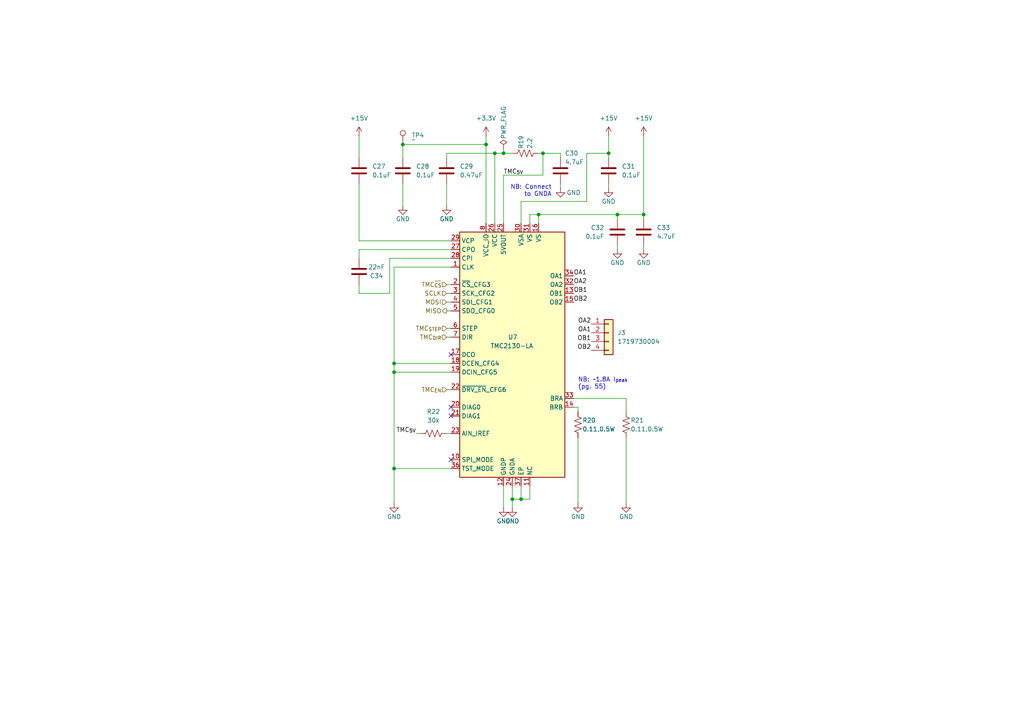
<source format=kicad_sch>
(kicad_sch (version 20231120) (generator "eeschema") (generator_version "8.0")
  (paper "A4")
  (title_block (title "Open Ephys Commutator Controller") (rev "D") (company "Open Ephys, Inc."))
  (lib_symbols
    (symbol "Connector:TestPoint" (pin_numbers hide) (pin_names (offset 0.762) hide)
      (property "Reference" "TP" (at 0 6.858 0))
      (property "Value" "TestPoint" (at 0 5.08 0))
      (symbol "TestPoint_0_1"
        (circle (center 0 3.302) (radius 0.762))
      )
      (symbol "TestPoint_1_1"
        (pin passive line (at 0 0 90) (length 2.54) (name "1") (number "1"))
      )
    )
    (symbol "Connector_Generic:Conn_01x04" (pin_names (offset 1.016) hide)
      (property "Reference" "J" (at 0 5.08 0))
      (property "Value" "Conn_01x04" (at 0 -7.62 0))
      (symbol "Conn_01x04_1_1"
        (rectangle (start -1.27 -4.953) (end 0 -5.207) (stroke (width 0.1524)))
        (rectangle (start -1.27 -2.413) (end 0 -2.667) (stroke (width 0.1524)))
        (rectangle (start -1.27 0.127) (end 0 -0.127) (stroke (width 0.1524)))
        (rectangle (start -1.27 2.667) (end 0 2.413) (stroke (width 0.1524)))
        (rectangle (start -1.27 3.81) (end 1.27 -6.35) (stroke (width 0.254)) (fill (type background)))
        (pin passive line (at -5.08 2.54 0) (length 3.81) (name "Pin_1") (number "1"))
        (pin passive line (at -5.08 0 0) (length 3.81) (name "Pin_2") (number "2"))
        (pin passive line (at -5.08 -2.54 0) (length 3.81) (name "Pin_3") (number "3"))
        (pin passive line (at -5.08 -5.08 0) (length 3.81) (name "Pin_4") (number "4"))
      )
    )
    (symbol "Device:C" (pin_numbers hide) (pin_names (offset 0.254))
      (property "Reference" "C" (at 0.635 2.54 0))
      (property "Value" "C" (at 0.635 -2.54 0))
      (symbol "C_0_1"
        (polyline (pts (xy -2.032 -0.762) (xy 2.032 -0.762)) (stroke (width 0.508)))
        (polyline (pts (xy -2.032 0.762) (xy 2.032 0.762)) (stroke (width 0.508)))
      )
      (symbol "C_1_1"
        (pin passive line (at 0 3.81 270) (length 2.794) (name "~") (number "1"))
        (pin passive line (at 0 -3.81 90) (length 2.794) (name "~") (number "2"))
      )
    )
    (symbol "Device:R_US" (pin_numbers hide) (pin_names (offset 0))
      (property "Reference" "R" (at 2.54 0 90))
      (property "Value" "R_US" (at -2.54 0 90))
      (symbol "R_US_0_1"
        (polyline (pts (xy 0 -2.286) (xy 0 -2.54)))
        (polyline (pts (xy 0 2.286) (xy 0 2.54)))
        (polyline (pts (xy 0 -0.762) (xy 1.016 -1.143) (xy 0 -1.524) (xy -1.016 -1.905) (xy 0 -2.286)))
        (polyline (pts (xy 0 0.762) (xy 1.016 0.381) (xy 0 0) (xy -1.016 -0.381) (xy 0 -0.762)))
        (polyline (pts (xy 0 2.286) (xy 1.016 1.905) (xy 0 1.524) (xy -1.016 1.143) (xy 0 0.762)))
      )
      (symbol "R_US_1_1"
        (pin passive line (at 0 3.81 270) (length 1.27) (name "~") (number "1"))
        (pin passive line (at 0 -3.81 90) (length 1.27) (name "~") (number "2"))
      )
    )
    (symbol "Driver_Motor:TMC2130-LA"
      (property "Reference" "U" (at -11.43 38.1 0))
      (property "Value" "TMC2130-LA" (at 17.78 38.1 0))
      (symbol "TMC2130-LA_0_1"
        (rectangle (start -15.24 35.56) (end 15.24 -35.56) (stroke (width 0.254)) (fill (type background)))
      )
      (symbol "TMC2130-LA_1_1"
        (pin input line (at -17.78 25.4 0) (length 2.54) (name "CLK") (number "1"))
        (pin input line (at -17.78 -30.48 0) (length 2.54) (name "SPI_MODE") (number "10"))
        (pin passive line (at 5.08 -38.1 90) (length 2.54) (name "NC") (number "11"))
        (pin power_in line (at -2.54 -38.1 90) (length 2.54) (name "GNDP") (number "12"))
        (pin output line (at 17.78 17.78 180) (length 2.54) (name "OB1") (number "13"))
        (pin passive line (at 17.78 -15.24 180) (length 2.54) (name "BRB") (number "14"))
        (pin output line (at 17.78 15.24 180) (length 2.54) (name "OB2") (number "15"))
        (pin power_in line (at 7.62 38.1 270) (length 2.54) (name "VS") (number "16"))
        (pin output line (at -17.78 0 0) (length 2.54) (name "DCO") (number "17"))
        (pin input line (at -17.78 -2.54 0) (length 2.54) (name "DCEN_CFG4") (number "18"))
        (pin input line (at -17.78 -5.08 0) (length 2.54) (name "DCIN_CFG5") (number "19"))
        (pin input line (at -17.78 20.32 0) (length 2.54) (name "~{CS}_CFG3") (number "2"))
        (pin output line (at -17.78 -15.24 0) (length 2.54) (name "DIAG0") (number "20"))
        (pin output line (at -17.78 -17.78 0) (length 2.54) (name "DIAG1") (number "21"))
        (pin input line (at -17.78 -10.16 0) (length 2.54) (name "~{DRV_EN}_CFG6") (number "22"))
        (pin input line (at -17.78 -22.86 0) (length 2.54) (name "AIN_IREF") (number "23"))
        (pin power_in line (at 0 -38.1 90) (length 2.54) (name "GNDA") (number "24"))
        (pin power_out line (at -2.54 38.1 270) (length 2.54) (name "5VOUT") (number "25"))
        (pin power_in line (at -5.08 38.1 270) (length 2.54) (name "VCC") (number "26"))
        (pin passive line (at -17.78 30.48 0) (length 2.54) (name "CPO") (number "27"))
        (pin passive line (at -17.78 27.94 0) (length 2.54) (name "CPI") (number "28"))
        (pin passive line (at -17.78 33.02 0) (length 2.54) (name "VCP") (number "29"))
        (pin input line (at -17.78 17.78 0) (length 2.54) (name "SCK_CFG2") (number "3"))
        (pin power_in line (at 2.54 38.1 270) (length 2.54) (name "VSA") (number "30"))
        (pin power_in line (at 5.08 38.1 270) (length 2.54) (name "VS") (number "31"))
        (pin output line (at 17.78 20.32 180) (length 2.54) (name "OA2") (number "32"))
        (pin passive line (at 17.78 -12.7 180) (length 2.54) (name "BRA") (number "33"))
        (pin output line (at 17.78 22.86 180) (length 2.54) (name "OA1") (number "34"))
        (pin passive line (at -2.54 -38.1 90) (length 2.54) hide (name "GNDP") (number "35"))
        (pin input line (at -17.78 -33.02 0) (length 2.54) (name "TST_MODE") (number "36"))
        (pin power_in line (at 2.54 -38.1 90) (length 2.54) (name "EP") (number "37"))
        (pin input line (at -17.78 15.24 0) (length 2.54) (name "SDI_CFG1") (number "4"))
        (pin bidirectional line (at -17.78 12.7 0) (length 2.54) (name "SDO_CFG0") (number "5"))
        (pin input line (at -17.78 7.62 0) (length 2.54) (name "STEP") (number "6"))
        (pin input line (at -17.78 5.08 0) (length 2.54) (name "DIR") (number "7"))
        (pin power_in line (at -7.62 38.1 270) (length 2.54) (name "VCC_IO") (number "8"))
        (pin no_connect line (at 15.24 33.02 180) (length 2.54) hide (name "DNC") (number "9"))
      )
    )
    (symbol "power:+15V" (power) (pin_numbers hide) (pin_names (offset 0) hide)
      (property "Value" "+15V" (at 0 3.556 0))
      (symbol "+15V_0_1"
        (polyline (pts (xy -0.762 1.27) (xy 0 2.54)))
        (polyline (pts (xy 0 0) (xy 0 2.54)))
        (polyline (pts (xy 0 2.54) (xy 0.762 1.27)))
      )
      (symbol "+15V_1_1"
        (pin power_in line (at 0 0 90) (length 0) (name "~") (number "1"))
      )
    )
    (symbol "power:+3.3V" (power) (pin_numbers hide) (pin_names (offset 0) hide)
      (property "Value" "+3.3V" (at 0 3.556 0))
      (symbol "+3.3V_0_1"
        (polyline (pts (xy -0.762 1.27) (xy 0 2.54)))
        (polyline (pts (xy 0 0) (xy 0 2.54)))
        (polyline (pts (xy 0 2.54) (xy 0.762 1.27)))
      )
      (symbol "+3.3V_1_1"
        (pin power_in line (at 0 0 90) (length 0) (name "~") (number "1"))
      )
    )
    (symbol "power:GND" (power) (pin_numbers hide) (pin_names (offset 0) hide)
      (property "Value" "GND" (at 0 -3.81 0))
      (symbol "GND_0_1"
        (polyline (pts (xy 0 0) (xy 0 -1.27) (xy 1.27 -1.27) (xy 0 -2.54) (xy -1.27 -1.27) (xy 0 -1.27)))
      )
      (symbol "GND_1_1"
        (pin power_in line (at 0 0 270) (length 0) (name "~") (number "1"))
      )
    )
    (symbol "power:PWR_FLAG" (power) (pin_numbers hide) (pin_names (offset 0) hide)
      (property "Value" "PWR_FLAG" (at 0 3.81 0))
      (symbol "PWR_FLAG_0_0"
        (pin power_out line (at 0 0 90) (length 0) (name "~") (number "1"))
      )
      (symbol "PWR_FLAG_0_1"
        (polyline (pts (xy 0 0) (xy 0 1.27) (xy -1.016 1.905) (xy 0 2.54) (xy 1.016 1.905) (xy 0 1.27)))
      )
    )
  )
  (junction (at 176.53 44.45))
  (junction (at 151.13 144.78))
  (junction (at 156.21 62.23))
  (junction (at 116.84 41.91))
  (junction (at 148.59 144.78))
  (junction (at 143.51 44.45))
  (junction (at 114.3 107.95))
  (junction (at 114.3 105.41))
  (junction (at 146.05 44.45))
  (junction (at 140.97 41.91))
  (junction (at 157.48 44.45))
  (junction (at 179.07 62.23))
  (junction (at 114.3 135.89))
  (junction (at 186.69 62.23))
  (no_connect (at 130.81 118.11))
  (no_connect (at 130.81 120.65))
  (no_connect (at 130.81 102.87))
  (no_connect (at 130.81 133.35))
  (wire (pts (xy 151.13 64.77) (xy 151.13 58.42)))
  (wire (pts (xy 129.54 125.73) (xy 130.81 125.73)))
  (wire (pts (xy 176.53 53.34) (xy 176.53 54.61)))
  (wire (pts (xy 129.54 44.45) (xy 143.51 44.45)))
  (wire (pts (xy 114.3 77.47) (xy 130.81 77.47)))
  (wire (pts (xy 157.48 44.45) (xy 156.21 44.45)))
  (wire (pts (xy 129.54 85.09) (xy 130.81 85.09)))
  (wire (pts (xy 113.03 74.93) (xy 113.03 85.09)))
  (wire (pts (xy 114.3 146.05) (xy 114.3 135.89)))
  (wire (pts (xy 129.54 59.69) (xy 129.54 53.34)))
  (wire (pts (xy 186.69 62.23) (xy 186.69 63.5)))
  (wire (pts (xy 181.61 119.38) (xy 181.61 115.57)))
  (wire (pts (xy 129.54 82.55) (xy 130.81 82.55)))
  (wire (pts (xy 146.05 50.8) (xy 157.48 50.8)))
  (wire (pts (xy 120.65 125.73) (xy 121.92 125.73)))
  (wire (pts (xy 167.64 127) (xy 167.64 146.05)))
  (wire (pts (xy 114.3 135.89) (xy 130.81 135.89)))
  (wire (pts (xy 104.14 53.34) (xy 104.14 69.85)))
  (wire (pts (xy 114.3 105.41) (xy 130.81 105.41)))
  (wire (pts (xy 129.54 97.79) (xy 130.81 97.79)))
  (wire (pts (xy 129.54 45.72) (xy 129.54 44.45)))
  (wire (pts (xy 104.14 74.93) (xy 104.14 72.39)))
  (wire (pts (xy 157.48 44.45) (xy 162.56 44.45)))
  (wire (pts (xy 114.3 105.41) (xy 114.3 107.95)))
  (wire (pts (xy 104.14 82.55) (xy 104.14 85.09)))
  (wire (pts (xy 143.51 64.77) (xy 143.51 44.45)))
  (wire (pts (xy 146.05 43.18) (xy 146.05 44.45)))
  (wire (pts (xy 146.05 50.8) (xy 146.05 64.77)))
  (wire (pts (xy 157.48 50.8) (xy 157.48 44.45)))
  (wire (pts (xy 153.67 140.97) (xy 153.67 144.78)))
  (wire (pts (xy 151.13 58.42) (xy 170.18 58.42)))
  (wire (pts (xy 179.07 63.5) (xy 179.07 62.23)))
  (wire (pts (xy 146.05 44.45) (xy 143.51 44.45)))
  (wire (pts (xy 140.97 39.37) (xy 140.97 41.91)))
  (wire (pts (xy 116.84 59.69) (xy 116.84 53.34)))
  (wire (pts (xy 104.14 72.39) (xy 130.81 72.39)))
  (wire (pts (xy 166.37 115.57) (xy 181.61 115.57)))
  (wire (pts (xy 162.56 44.45) (xy 162.56 45.72)))
  (wire (pts (xy 170.18 44.45) (xy 176.53 44.45)))
  (wire (pts (xy 176.53 44.45) (xy 176.53 39.37)))
  (wire (pts (xy 170.18 58.42) (xy 170.18 44.45)))
  (wire (pts (xy 156.21 62.23) (xy 153.67 62.23)))
  (wire (pts (xy 140.97 41.91) (xy 140.97 64.77)))
  (wire (pts (xy 156.21 62.23) (xy 156.21 64.77)))
  (wire (pts (xy 148.59 140.97) (xy 148.59 144.78)))
  (wire (pts (xy 167.64 118.11) (xy 167.64 119.38)))
  (wire (pts (xy 186.69 39.37) (xy 186.69 62.23)))
  (wire (pts (xy 148.59 144.78) (xy 148.59 147.32)))
  (wire (pts (xy 129.54 95.25) (xy 130.81 95.25)))
  (wire (pts (xy 114.3 107.95) (xy 130.81 107.95)))
  (wire (pts (xy 153.67 62.23) (xy 153.67 64.77)))
  (wire (pts (xy 148.59 144.78) (xy 151.13 144.78)))
  (wire (pts (xy 114.3 105.41) (xy 114.3 77.47)))
  (wire (pts (xy 113.03 74.93) (xy 130.81 74.93)))
  (wire (pts (xy 129.54 90.17) (xy 130.81 90.17)))
  (wire (pts (xy 186.69 71.12) (xy 186.69 72.39)))
  (wire (pts (xy 104.14 69.85) (xy 130.81 69.85)))
  (wire (pts (xy 162.56 53.34) (xy 162.56 54.61)))
  (wire (pts (xy 181.61 146.05) (xy 181.61 127)))
  (wire (pts (xy 179.07 72.39) (xy 179.07 71.12)))
  (wire (pts (xy 146.05 44.45) (xy 148.59 44.45)))
  (wire (pts (xy 104.14 39.37) (xy 104.14 45.72)))
  (wire (pts (xy 114.3 135.89) (xy 114.3 107.95)))
  (wire (pts (xy 129.54 87.63) (xy 130.81 87.63)))
  (wire (pts (xy 116.84 45.72) (xy 116.84 41.91)))
  (wire (pts (xy 179.07 62.23) (xy 186.69 62.23)))
  (wire (pts (xy 104.14 85.09) (xy 113.03 85.09)))
  (wire (pts (xy 151.13 140.97) (xy 151.13 144.78)))
  (wire (pts (xy 176.53 44.45) (xy 176.53 45.72)))
  (wire (pts (xy 146.05 140.97) (xy 146.05 147.32)))
  (wire (pts (xy 129.54 113.03) (xy 130.81 113.03)))
  (wire (pts (xy 166.37 118.11) (xy 167.64 118.11)))
  (wire (pts (xy 151.13 144.78) (xy 153.67 144.78)))
  (wire (pts (xy 156.21 62.23) (xy 179.07 62.23)))
  (wire (pts (xy 116.84 41.91) (xy 140.97 41.91)))
  (text "NB: ~1.8A I_{peak}\n(pg. 55)" (at 167.64 113.03 0) (effects (font (size 1.27 1.27)) (justify left bottom)))
  (text "NB: Connect\nto GNDA" (at 160.02 57.15 0) (effects (font (size 1.27 1.27)) (justify right bottom)))
  (label "OA2" (at 166.37 82.55 0))
  (label "OA1" (at 171.45 96.52 180))
  (label "OA2" (at 171.45 93.98 180))
  (label "OB1" (at 171.45 99.06 180))
  (label "OA1" (at 166.37 80.01 0))
  (label "OB2" (at 166.37 87.63 0))
  (label "OB2" (at 171.45 101.6 180))
  (label "TMC_{5V}" (at 120.65 125.73 180))
  (label "TMC_{5V}" (at 146.05 50.8 0))
  (label "OB1" (at 166.37 85.09 0))
  (hierarchical_label "SCLK" (shape input) (at 129.54 85.09 180))
  (hierarchical_label "MISO" (shape output) (at 129.54 90.17 180))
  (hierarchical_label "TMC_{DIR}" (shape input) (at 129.54 97.79 180))
  (hierarchical_label "TMC_{EN}" (shape input) (at 129.54 113.03 180))
  (hierarchical_label "MOSI" (shape input) (at 129.54 87.63 180))
  (hierarchical_label "TMC_{~{CS}}" (shape input) (at 129.54 82.55 180))
  (hierarchical_label "TMC_{STEP}" (shape input) (at 129.54 95.25 180))
  (symbol (lib_id "power:GND") (at 162.56 54.61 0) (unit 1)
    (property "Reference" "#PWR058" (effects (hide yes)))
    (property "Value" "GND" (at 166.37 55.88 0))
    (property "Description" "Power symbol creates a global label with name \"GND\" , ground" (effects (hide yes)))
  )
  (symbol (lib_id "Device:C") (at 186.69 67.31 180) (unit 1)
    (property "Reference" "C33" (at 190.5 66.04 0) (effects (justify right)))
    (property "Value" "4.7uF" (at 190.5 68.58 0) (effects (justify right)))
    (property "Footprint" "Capacitor_SMD:C_0805_2012Metric" (effects (hide yes)))
    (property "Description" "Unpolarized capacitor" (effects (hide yes)))
    (property "Voltage" "50V" (effects (hide yes)))
  )
  (symbol (lib_id "power:GND") (at 148.59 147.32 0) (unit 1)
    (property "Reference" "#PWR068" (effects (hide yes)))
    (property "Value" "GND" (at 148.59 151.13 0))
    (property "Description" "Power symbol creates a global label with name \"GND\" , ground" (effects (hide yes)))
  )
  (symbol (lib_id "Device:R_US") (at 181.61 123.19 0) (unit 1)
    (property "Reference" "R21" (at 182.88 121.92 0) (effects (justify left)))
    (property "Value" "0.11,0.5W" (at 182.88 124.46 0) (effects (justify left)))
    (property "Footprint" "Resistor_SMD:R_1206_3216Metric" (effects (hide yes)))
    (property "Description" "Resistor, US symbol" (effects (hide yes)))
  )
  (symbol (lib_id "power:GND") (at 116.84 59.69 0) (unit 1)
    (property "Reference" "#PWR060" (effects (hide yes)))
    (property "Value" "GND" (at 116.84 63.5 0))
    (property "Description" "Power symbol creates a global label with name \"GND\" , ground" (effects (hide yes)))
  )
  (symbol (lib_id "Device:C") (at 116.84 49.53 0) (unit 1)
    (property "Reference" "C28" (at 120.65 48.26 0) (effects (justify left)))
    (property "Value" "0.1uF" (at 120.65 50.8 0) (effects (justify left)))
    (property "Footprint" "Capacitor_SMD:C_0603_1608Metric" (effects (hide yes)))
    (property "Description" "Unpolarized capacitor" (effects (hide yes)))
    (property "Voltage" "50V" (effects (hide yes)))
  )
  (symbol (lib_id "Device:R_US") (at 167.64 123.19 0) (unit 1)
    (property "Reference" "R20" (at 168.91 121.92 0) (effects (justify left)))
    (property "Value" "0.11,0.5W" (at 168.91 124.46 0) (effects (justify left)))
    (property "Footprint" "Resistor_SMD:R_1206_3216Metric" (effects (hide yes)))
    (property "Description" "Resistor, US symbol" (effects (hide yes)))
  )
  (symbol (lib_id "power:+3.3V") (at 140.97 39.37 0) (unit 1)
    (property "Reference" "#PWR055" (effects (hide yes)))
    (property "Value" "+3.3V" (at 140.97 34.29 0))
    (property "Description" "Power symbol creates a global label with name \"+3.3V\"" (effects (hide yes)))
  )
  (symbol (lib_id "power:GND") (at 114.3 146.05 0) (unit 1)
    (property "Reference" "#PWR064" (effects (hide yes)))
    (property "Value" "GND" (at 114.3 149.86 0))
    (property "Description" "Power symbol creates a global label with name \"GND\" , ground" (effects (hide yes)))
  )
  (symbol (lib_id "Connector_Generic:Conn_01x04") (at 176.53 96.52 0) (unit 1)
    (property "Reference" "J3" (at 179.07 96.52 0) (effects (justify left)))
    (property "Value" "1719730004" (at 179.07 99.06 0) (effects (justify left)))
    (property "Footprint" "oe:MOLEX_1719730004_1x04_P2.54mm_Vert_Lock" (effects (hide yes)))
    (property "Description" "Generic connector, single row, 01x04, script generated (kicad-library-utils/schlib/autogen/connector/)" (effects (hide yes)))
  )
  (symbol (lib_id "Device:C") (at 104.14 78.74 0) (mirror y) (unit 1)
    (property "Reference" "C34" (at 109.22 80.01 0))
    (property "Value" "22nF" (at 109.22 77.47 0))
    (property "Footprint" "Capacitor_SMD:C_0603_1608Metric" (effects (hide yes)))
    (property "Description" "Unpolarized capacitor" (effects (hide yes)))
    (property "Voltage" "50V" (effects (hide yes)))
  )
  (symbol (lib_id "power:GND") (at 176.53 54.61 0) (unit 1)
    (property "Reference" "#PWR059" (effects (hide yes)))
    (property "Value" "GND" (at 176.53 58.42 0))
    (property "Description" "Power symbol creates a global label with name \"GND\" , ground" (effects (hide yes)))
  )
  (symbol (lib_id "Connector:TestPoint") (at 116.84 41.91 0) (unit 1)
    (property "Reference" "TP4" (at 119.38 39.243 0) (effects (justify left)))
    (property "Value" "~" (at 119.38 40.513 0) (effects (justify left)))
    (property "Footprint" "TestPoint:TestPoint_Pad_D2.0mm" (effects (hide yes)))
    (property "Description" "test point" (effects (hide yes)))
  )
  (symbol (lib_id "power:+15V") (at 186.69 39.37 0) (unit 1)
    (property "Reference" "#PWR057" (effects (hide yes)))
    (property "Value" "+15V" (at 186.69 34.29 0))
    (property "Description" "Power symbol creates a global label with name \"+15V\"" (effects (hide yes)))
  )
  (symbol (lib_id "power:GND") (at 179.07 72.39 0) (mirror y) (unit 1)
    (property "Reference" "#PWR062" (effects (hide yes)))
    (property "Value" "GND" (at 179.07 76.2 0))
    (property "Description" "Power symbol creates a global label with name \"GND\" , ground" (effects (hide yes)))
  )
  (symbol (lib_id "Device:R_US") (at 152.4 44.45 90) (unit 1)
    (property "Reference" "R19" (at 151.13 43.18 0) (effects (justify left)))
    (property "Value" "2.2" (at 153.67 43.18 0) (effects (justify left)))
    (property "Footprint" "Resistor_SMD:R_0603_1608Metric" (effects (hide yes)))
    (property "Description" "Resistor, US symbol" (effects (hide yes)))
  )
  (symbol (lib_id "power:GND") (at 181.61 146.05 0) (unit 1)
    (property "Reference" "#PWR066" (effects (hide yes)))
    (property "Value" "GND" (at 181.61 149.86 0))
    (property "Description" "Power symbol creates a global label with name \"GND\" , ground" (effects (hide yes)))
  )
  (symbol (lib_id "Device:C") (at 129.54 49.53 0) (unit 1)
    (property "Reference" "C29" (at 133.35 48.26 0) (effects (justify left)))
    (property "Value" "0.47uF" (at 133.35 50.8 0) (effects (justify left)))
    (property "Footprint" "Capacitor_SMD:C_0805_2012Metric" (effects (hide yes)))
    (property "Description" "Unpolarized capacitor" (effects (hide yes)))
    (property "Voltage" "50V" (effects (hide yes)))
  )
  (symbol (lib_id "Device:C") (at 162.56 49.53 180) (unit 1)
    (property "Reference" "C30" (at 163.83 44.45 0) (effects (justify right)))
    (property "Value" "4.7uF" (at 163.83 46.99 0) (effects (justify right)))
    (property "Footprint" "Capacitor_SMD:C_0805_2012Metric" (effects (hide yes)))
    (property "Description" "Unpolarized capacitor" (effects (hide yes)))
    (property "Voltage" "50V" (effects (hide yes)))
  )
  (symbol (lib_id "power:+15V") (at 176.53 39.37 0) (unit 1)
    (property "Reference" "#PWR056" (effects (hide yes)))
    (property "Value" "+15V" (at 176.53 34.29 0))
    (property "Description" "Power symbol creates a global label with name \"+15V\"" (effects (hide yes)))
  )
  (symbol (lib_id "power:GND") (at 186.69 72.39 0) (unit 1)
    (property "Reference" "#PWR063" (effects (hide yes)))
    (property "Value" "GND" (at 186.69 76.2 0))
    (property "Description" "Power symbol creates a global label with name \"GND\" , ground" (effects (hide yes)))
  )
  (symbol (lib_id "power:GND") (at 146.05 147.32 0) (unit 1)
    (property "Reference" "#PWR067" (effects (hide yes)))
    (property "Value" "GND" (at 146.05 151.13 0))
    (property "Description" "Power symbol creates a global label with name \"GND\" , ground" (effects (hide yes)))
  )
  (symbol (lib_id "Device:C") (at 104.14 49.53 180) (unit 1)
    (property "Reference" "C27" (at 107.95 48.26 0) (effects (justify right)))
    (property "Value" "0.1uF" (at 107.95 50.8 0) (effects (justify right)))
    (property "Footprint" "Capacitor_SMD:C_0603_1608Metric" (effects (hide yes)))
    (property "Description" "Unpolarized capacitor" (effects (hide yes)))
    (property "Voltage" "50V" (effects (hide yes)))
  )
  (symbol (lib_id "power:GND") (at 167.64 146.05 0) (unit 1)
    (property "Reference" "#PWR065" (effects (hide yes)))
    (property "Value" "GND" (at 167.64 149.86 0))
    (property "Description" "Power symbol creates a global label with name \"GND\" , ground" (effects (hide yes)))
  )
  (symbol (lib_id "Device:C") (at 179.07 67.31 0) (mirror x) (unit 1)
    (property "Reference" "C32" (at 175.26 66.04 0) (effects (justify right)))
    (property "Value" "0.1uF" (at 175.26 68.58 0) (effects (justify right)))
    (property "Footprint" "Capacitor_SMD:C_0603_1608Metric" (effects (hide yes)))
    (property "Description" "Unpolarized capacitor" (effects (hide yes)))
    (property "Voltage" "50V" (effects (hide yes)))
  )
  (symbol (lib_id "Driver_Motor:TMC2130-LA") (at 148.59 102.87 0) (unit 1)
    (property "Reference" "U7" (at 147.32 97.79 0) (effects (justify left)))
    (property "Value" "TMC2130-LA" (at 142.24 100.33 0) (effects (justify left)))
    (property "Footprint" "Package_DFN_QFN:QFN-36-1EP_5x6mm_P0.5mm_EP3.6x4.1mm" (effects (hide yes)))
    (property "Datasheet" "http://www.trinamic.com/fileadmin/assets/Products/ICs_Documents/TMC2130_datasheet.pdf" (effects (hide yes)))
    (property "Description" "Driver for two-phase bipolar stepper motor, 2.0A, SPI, 4.75-46V, QFN-36" (effects (hide yes)))
  )
  (symbol (lib_id "power:PWR_FLAG") (at 146.05 43.18 0) (unit 1)
    (property "Reference" "#FLG03" (effects (hide yes)))
    (property "Value" "PWR_FLAG" (at 146.05 35.56 90))
    (property "Description" "Special symbol for telling ERC where power comes from" (effects (hide yes)))
  )
  (symbol (lib_id "power:+15V") (at 104.14 39.37 0) (unit 1)
    (property "Reference" "#PWR054" (effects (hide yes)))
    (property "Value" "+15V" (at 104.14 34.29 0))
    (property "Description" "Power symbol creates a global label with name \"+15V\"" (effects (hide yes)))
  )
  (symbol (lib_id "Device:R_US") (at 125.73 125.73 90) (unit 1)
    (property "Reference" "R22" (at 125.73 119.38 90))
    (property "Value" "30k" (at 125.73 121.92 90))
    (property "Footprint" "Resistor_SMD:R_0603_1608Metric" (effects (hide yes)))
    (property "Description" "Resistor, US symbol" (effects (hide yes)))
  )
  (symbol (lib_id "Device:C") (at 176.53 49.53 180) (unit 1)
    (property "Reference" "C31" (at 180.34 48.26 0) (effects (justify right)))
    (property "Value" "0.1uF" (at 180.34 50.8 0) (effects (justify right)))
    (property "Footprint" "Capacitor_SMD:C_0603_1608Metric" (effects (hide yes)))
    (property "Description" "Unpolarized capacitor" (effects (hide yes)))
    (property "Voltage" "50V" (effects (hide yes)))
  )
  (symbol (lib_id "power:GND") (at 129.54 59.69 0) (unit 1)
    (property "Reference" "#PWR061" (effects (hide yes)))
    (property "Value" "GND" (at 129.54 63.5 0))
    (property "Description" "Power symbol creates a global label with name \"GND\" , ground" (effects (hide yes)))
  )
)
</source>
